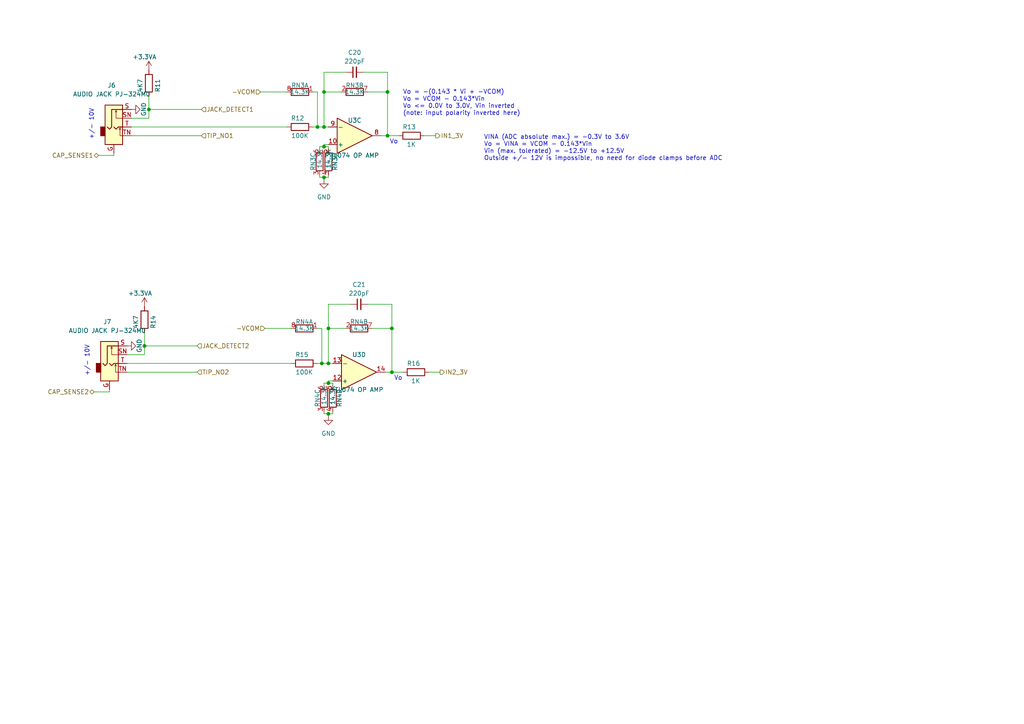
<source format=kicad_sch>
(kicad_sch (version 20250114) (generator "eeschema") (generator_version "9.0")
  (paper "A4")
  (lib_symbols
    (symbol "Amplifier_Operational:TL074" (pin_names (offset 0.127))
      (property "Reference" "U" (at 0 5.08 0))
      (property "Value" "TL074" (at 0 -5.08 0))
      (symbol "TL074_1_1"
        (polyline (pts (xy -5.08 5.08) (xy 5.08 0) (xy -5.08 -5.08) (xy -5.08 5.08)) (stroke (width 0.254)) (fill (type background)))
        (pin input line (at -7.62 2.54 0) (length 2.54) (name "+") (number "3"))
        (pin input line (at -7.62 -2.54 0) (length 2.54) (name "-") (number "2"))
        (pin output line (at 7.62 0 180) (length 2.54) (name "~") (number "1"))
      )
      (symbol "TL074_2_1"
        (polyline (pts (xy -5.08 5.08) (xy 5.08 0) (xy -5.08 -5.08) (xy -5.08 5.08)) (stroke (width 0.254)) (fill (type background)))
        (pin input line (at -7.62 2.54 0) (length 2.54) (name "+") (number "5"))
        (pin input line (at -7.62 -2.54 0) (length 2.54) (name "-") (number "6"))
        (pin output line (at 7.62 0 180) (length 2.54) (name "~") (number "7"))
      )
      (symbol "TL074_3_1"
        (polyline (pts (xy -5.08 5.08) (xy 5.08 0) (xy -5.08 -5.08) (xy -5.08 5.08)) (stroke (width 0.254)) (fill (type background)))
        (pin input line (at -7.62 2.54 0) (length 2.54) (name "+") (number "10"))
        (pin input line (at -7.62 -2.54 0) (length 2.54) (name "-") (number "9"))
        (pin output line (at 7.62 0 180) (length 2.54) (name "~") (number "8"))
      )
      (symbol "TL074_4_1"
        (polyline (pts (xy -5.08 5.08) (xy 5.08 0) (xy -5.08 -5.08) (xy -5.08 5.08)) (stroke (width 0.254)) (fill (type background)))
        (pin input line (at -7.62 2.54 0) (length 2.54) (name "+") (number "12"))
        (pin input line (at -7.62 -2.54 0) (length 2.54) (name "-") (number "13"))
        (pin output line (at 7.62 0 180) (length 2.54) (name "~") (number "14"))
      )
      (symbol "TL074_5_1"
        (pin power_in line (at -2.54 7.62 270) (length 3.81) (name "V+") (number "4"))
        (pin power_in line (at -2.54 -7.62 90) (length 3.81) (name "V-") (number "11"))
      )
    )
    (symbol "Connector:AudioJack2_Ground_Switch"
      (property "Reference" "J" (at 0 11.43 0))
      (property "Value" "AudioJack2_Ground_Switch" (at 0 8.89 0))
      (symbol "AudioJack2_Ground_Switch_0_1"
        (rectangle (start -2.54 -2.54) (end -3.81 0) (stroke (width 0.254)) (fill (type outline)))
        (rectangle (start 2.54 6.35) (end -2.54 -5.08) (stroke (width 0.254)) (fill (type background)))
      )
      (symbol "AudioJack2_Ground_Switch_1_1"
        (polyline (pts (xy 0 0) (xy 0.635 -0.635) (xy 1.27 0) (xy 2.54 0)) (stroke (width 0.254)))
        (polyline (pts (xy 0.635 4.826) (xy 0.889 4.318)))
        (polyline (pts (xy 1.778 -0.254) (xy 2.032 -0.762)))
        (polyline (pts (xy 2.54 5.08) (xy -0.635 5.08) (xy -0.635 0) (xy -1.27 -0.635) (xy -1.905 0)) (stroke (width 0.254)))
        (polyline (pts (xy 2.54 2.54) (xy 0.635 2.54) (xy 0.635 4.826) (xy 0.381 4.318)))
        (polyline (pts (xy 2.54 -2.54) (xy 1.778 -2.54) (xy 1.778 -0.254) (xy 1.524 -0.762)))
        (pin passive line (at 0 -7.62 90) (length 2.54) (name "~") (number "G"))
        (pin passive line (at 5.08 5.08 180) (length 2.54) (name "~") (number "S"))
        (pin passive line (at 5.08 2.54 180) (length 2.54) (name "~") (number "SN"))
        (pin passive line (at 5.08 0 180) (length 2.54) (name "~") (number "T"))
        (pin passive line (at 5.08 -2.54 180) (length 2.54) (name "~") (number "TN"))
      )
    )
    (symbol "Device:C_Small" (pin_numbers (hide yes)) (pin_names (offset 0.254) (hide yes))
      (property "Reference" "C" (at 0.254 1.778 0))
      (property "Value" "C_Small" (at 0.254 -2.032 0))
      (symbol "C_Small_0_1"
        (polyline (pts (xy -1.524 0.508) (xy 1.524 0.508)) (stroke (width 0.3048)))
        (polyline (pts (xy -1.524 -0.508) (xy 1.524 -0.508)) (stroke (width 0.3302)))
      )
      (symbol "C_Small_1_1"
        (pin passive line (at 0 2.54 270) (length 2.032) (name "~") (number "1"))
        (pin passive line (at 0 -2.54 90) (length 2.032) (name "~") (number "2"))
      )
    )
    (symbol "Device:R" (pin_numbers (hide yes)) (pin_names (offset 0))
      (property "Reference" "R" (at 2.032 0 90))
      (property "Value" "R" (at 0 0 90))
      (symbol "R_0_1"
        (rectangle (start -1.016 -2.54) (end 1.016 2.54) (stroke (width 0.254)))
      )
      (symbol "R_1_1"
        (pin passive line (at 0 3.81 270) (length 1.27) (name "~") (number "1"))
        (pin passive line (at 0 -3.81 90) (length 1.27) (name "~") (number "2"))
      )
    )
    (symbol "Device:R_Pack04_Split" (pin_names (offset 0) (hide yes))
      (property "Reference" "RN" (at 2.032 0 90))
      (property "Value" "R_Pack04_Split" (at 0 0 90))
      (symbol "R_Pack04_Split_0_1"
        (rectangle (start 1.016 2.54) (end -1.016 -2.54) (stroke (width 0.254)))
      )
      (symbol "R_Pack04_Split_1_1"
        (pin passive line (at 0 3.81 270) (length 1.27) (name "R1.2") (number "8"))
        (pin passive line (at 0 -3.81 90) (length 1.27) (name "R1.1") (number "1"))
      )
      (symbol "R_Pack04_Split_2_1"
        (pin passive line (at 0 3.81 270) (length 1.27) (name "R2.2") (number "7"))
        (pin passive line (at 0 -3.81 90) (length 1.27) (name "R2.1") (number "2"))
      )
      (symbol "R_Pack04_Split_3_1"
        (pin passive line (at 0 3.81 270) (length 1.27) (name "R3.2") (number "6"))
        (pin passive line (at 0 -3.81 90) (length 1.27) (name "R3.1") (number "3"))
      )
      (symbol "R_Pack04_Split_4_1"
        (pin passive line (at 0 3.81 270) (length 1.27) (name "R4.2") (number "5"))
        (pin passive line (at 0 -3.81 90) (length 1.27) (name "R4.1") (number "4"))
      )
    )
    (symbol "power:+3.3VA" (power) (pin_names (offset 0))
      (property "Value" "+3.3VA" (at 0 3.556 0))
      (symbol "+3.3VA_0_1"
        (polyline (pts (xy -0.762 1.27) (xy 0 2.54)))
        (polyline (pts (xy 0 2.54) (xy 0.762 1.27)))
        (polyline (pts (xy 0 0) (xy 0 2.54)))
      )
      (symbol "+3.3VA_1_1"
        (pin power_in line (at 0 0 90) (length 0) (hide yes) (name "+3.3VA") (number "1"))
      )
    )
    (symbol "power:GND" (power) (pin_names (offset 0))
      (property "Value" "GND" (at 0 -3.81 0))
      (symbol "GND_0_1"
        (polyline (pts (xy 0 0) (xy 0 -1.27) (xy 1.27 -1.27) (xy 0 -2.54) (xy -1.27 -1.27) (xy 0 -1.27)))
      )
      (symbol "GND_1_1"
        (pin power_in line (at 0 0 270) (length 0) (hide yes) (name "GND") (number "1"))
      )
    )
  )
  (text "+/- 10V" (at 27.305 40.64 90) (effects (font (size 1.27 1.27)) (justify left bottom)))
  (text "Vo = -(0.143 * Vi + -VCOM)\nVo = VCOM - 0.143*Vin\nVo <= 0.0V to 3.0V, Vin inverted\n(note: input polarity inverted here)" (at 116.84 33.655 0) (effects (font (size 1.27 1.27)) (justify left bottom)))
  (text "VINA (ADC absolute max.) = -0.3V to 3.6V\nVo = VINA = VCOM - 0.143*Vin\nVin (max. tolerated) = -12.5V to +12.5V\nOutside +/- 12V is impossible, no need for diode clamps before ADC" (at 140.335 46.736 0) (effects (font (size 1.27 1.27)) (justify left bottom)))
  (text "+/- 10V" (at 26.035 109.22 90) (effects (font (size 1.27 1.27)) (justify left bottom)))
  (text "Vo" (at 113.03 41.91 0) (effects (font (size 1.27 1.27)) (justify left bottom)))
  (text "Vo" (at 114.3 110.49 0) (effects (font (size 1.27 1.27)) (justify left bottom)))
  (junction (at 95.25 95.25))
  (junction (at 113.665 95.25))
  (junction (at 95.25 120.015))
  (junction (at 113.665 107.95))
  (junction (at 92.075 36.83))
  (junction (at 93.345 105.41))
  (junction (at 112.395 39.37))
  (junction (at 95.25 111.125))
  (junction (at 93.98 42.545))
  (junction (at 43.18 31.75))
  (junction (at 112.395 26.67))
  (junction (at 93.98 36.83))
  (junction (at 41.91 100.33))
  (junction (at 93.98 26.67))
  (junction (at 93.98 51.435))
  (junction (at 95.25 105.41))
  (wire (pts (xy 107.95 95.25) (xy 113.665 95.25)))
  (wire (pts (xy 75.565 26.67) (xy 83.185 26.67)))
  (wire (pts (xy 92.075 36.83) (xy 93.98 36.83)))
  (wire (pts (xy 95.25 88.265) (xy 101.6 88.265)))
  (wire (pts (xy 93.98 111.125) (xy 93.98 111.76)))
  (wire (pts (xy 93.98 36.83) (xy 93.98 26.67)))
  (wire (pts (xy 93.98 20.955) (xy 100.33 20.955)))
  (wire (pts (xy 41.91 100.33) (xy 41.91 96.52)))
  (wire (pts (xy 96.52 111.76) (xy 96.52 111.125)))
  (wire (pts (xy 96.52 120.015) (xy 96.52 119.38)))
  (wire (pts (xy 93.98 120.015) (xy 95.25 120.015)))
  (wire (pts (xy 92.71 50.8) (xy 92.71 51.435)))
  (wire (pts (xy 93.98 26.67) (xy 99.06 26.67)))
  (wire (pts (xy 28.575 45.085) (xy 33.02 45.085)))
  (wire (pts (xy 95.25 95.25) (xy 95.25 88.265)))
  (wire (pts (xy 92.075 105.41) (xy 93.345 105.41)))
  (wire (pts (xy 92.075 26.67) (xy 92.075 36.83)))
  (wire (pts (xy 95.25 120.015) (xy 95.25 120.65)))
  (wire (pts (xy 95.25 42.545) (xy 93.98 42.545)))
  (wire (pts (xy 93.345 105.41) (xy 95.25 105.41)))
  (wire (pts (xy 93.98 119.38) (xy 93.98 120.015)))
  (wire (pts (xy 38.1 36.83) (xy 83.185 36.83)))
  (wire (pts (xy 96.52 111.125) (xy 95.25 111.125)))
  (wire (pts (xy 95.25 110.49) (xy 95.25 111.125)))
  (wire (pts (xy 38.1 39.37) (xy 58.42 39.37)))
  (wire (pts (xy 113.665 95.25) (xy 113.665 107.95)))
  (wire (pts (xy 105.41 20.955) (xy 112.395 20.955)))
  (wire (pts (xy 112.395 39.37) (xy 115.57 39.37)))
  (wire (pts (xy 93.98 41.91) (xy 95.25 41.91)))
  (wire (pts (xy 95.25 111.125) (xy 93.98 111.125)))
  (wire (pts (xy 123.19 39.37) (xy 126.365 39.37)))
  (wire (pts (xy 93.98 51.435) (xy 95.25 51.435)))
  (wire (pts (xy 93.98 41.91) (xy 93.98 42.545)))
  (wire (pts (xy 41.91 102.87) (xy 36.83 102.87)))
  (wire (pts (xy 106.68 26.67) (xy 112.395 26.67)))
  (wire (pts (xy 95.25 51.435) (xy 95.25 50.8)))
  (wire (pts (xy 95.25 105.41) (xy 96.52 105.41)))
  (wire (pts (xy 124.46 107.95) (xy 127.635 107.95)))
  (wire (pts (xy 95.25 95.25) (xy 100.33 95.25)))
  (wire (pts (xy 106.68 88.265) (xy 113.665 88.265)))
  (wire (pts (xy 90.805 36.83) (xy 92.075 36.83)))
  (wire (pts (xy 36.83 107.95) (xy 57.15 107.95)))
  (wire (pts (xy 31.75 113.03) (xy 31.75 113.665)))
  (wire (pts (xy 93.345 95.25) (xy 93.345 105.41)))
  (wire (pts (xy 113.665 107.95) (xy 116.84 107.95)))
  (wire (pts (xy 43.18 31.75) (xy 43.18 27.94)))
  (wire (pts (xy 41.91 102.87) (xy 41.91 100.33)))
  (wire (pts (xy 95.25 110.49) (xy 96.52 110.49)))
  (wire (pts (xy 112.395 20.955) (xy 112.395 26.67)))
  (wire (pts (xy 90.805 26.67) (xy 92.075 26.67)))
  (wire (pts (xy 95.25 105.41) (xy 95.25 95.25)))
  (wire (pts (xy 93.98 36.83) (xy 95.25 36.83)))
  (wire (pts (xy 43.18 34.29) (xy 43.18 31.75)))
  (wire (pts (xy 93.98 42.545) (xy 92.71 42.545)))
  (wire (pts (xy 57.15 100.33) (xy 41.91 100.33)))
  (wire (pts (xy 36.83 105.41) (xy 84.455 105.41)))
  (wire (pts (xy 93.98 51.435) (xy 93.98 52.07)))
  (wire (pts (xy 93.98 26.67) (xy 93.98 20.955)))
  (wire (pts (xy 43.18 34.29) (xy 38.1 34.29)))
  (wire (pts (xy 58.42 31.75) (xy 43.18 31.75)))
  (wire (pts (xy 112.395 26.67) (xy 112.395 39.37)))
  (wire (pts (xy 95.25 120.015) (xy 96.52 120.015)))
  (wire (pts (xy 76.835 95.25) (xy 84.455 95.25)))
  (wire (pts (xy 113.665 88.265) (xy 113.665 95.25)))
  (wire (pts (xy 27.305 113.665) (xy 31.75 113.665)))
  (wire (pts (xy 92.71 42.545) (xy 92.71 43.18)))
  (wire (pts (xy 33.02 44.45) (xy 33.02 45.085)))
  (wire (pts (xy 92.71 51.435) (xy 93.98 51.435)))
  (wire (pts (xy 111.76 107.95) (xy 113.665 107.95)))
  (wire (pts (xy 92.075 95.25) (xy 93.345 95.25)))
  (wire (pts (xy 110.49 39.37) (xy 112.395 39.37)))
  (wire (pts (xy 95.25 43.18) (xy 95.25 42.545)))
  (hierarchical_label "JACK_DETECT2" (shape input) (at 57.15 100.33 0))
  (hierarchical_label "-VCOM" (shape input) (at 75.565 26.67 180))
  (hierarchical_label "TIP_NO1" (shape input) (at 58.42 39.37 0))
  (hierarchical_label "IN1_3V" (shape output) (at 126.365 39.37 0))
  (hierarchical_label "JACK_DETECT1" (shape input) (at 58.42 31.75 0))
  (hierarchical_label "TIP_NO2" (shape input) (at 57.15 107.95 0))
  (hierarchical_label "IN2_3V" (shape output) (at 127.635 107.95 0))
  (hierarchical_label "CAP_SENSE1" (shape bidirectional) (at 28.575 45.085 180))
  (hierarchical_label "-VCOM" (shape input) (at 76.835 95.25 180))
  (hierarchical_label "CAP_SENSE2" (shape bidirectional) (at 27.305 113.665 180))
  (symbol (lib_id "Device:R_Pack04_Split") (at 104.14 95.25 270) (unit 2)
    (property "Reference" "RN2" (at 104.14 93.345 90))
    (property "Value" "14.3K" (at 104.14 95.25 90))
    (property "Footprint" "Resistor_SMD:R_Array_Convex_4x0402" (effects (hide yes)))
    (property "mfg#" "YC124-FR-0714K3L" (effects (hide yes)))
    (property "lcsc#" "C728708" (effects (hide yes)))
    (instances (project "eurorack-pmod-pcb" (path "" (reference "RN4") (unit 2)) (path "" (reference "RN2") (unit 2))))
  )
  (symbol (lib_id "Amplifier_Operational:TL074") (at 102.87 39.37 0) (mirror x) (unit 1)
    (property "Reference" "U3" (at 102.87 34.925 0))
    (property "Value" "TL074 OP AMP" (at 102.87 45.085 0))
    (property "Footprint" "Package_SO:SOIC-14_3.9x8.7mm_P1.27mm" (effects (hide yes)))
    (property "Datasheet" "http://www.ti.com/lit/ds/symlink/tl071.pdf" (effects (hide yes)))
    (property "dig#" "497-2204-1-ND" (effects (hide yes)))
    (property "mfg#" "TL074CDT" (effects (hide yes)))
    (property "lcsc#" "C6963" (effects (hide yes)))
    (instances (project "eurorack-pmod-pcb" (path "" (reference "U3") (unit 3)) (path "" (reference "U3") (unit 1))))
  )
  (symbol (lib_id "Device:C_Small") (at 104.14 88.265 90) (unit 1)
    (property "Reference" "C19" (at 104.14 82.55 90))
    (property "Value" "220pF" (at 104.14 85.09 90))
    (property "Footprint" "Capacitor_SMD:C_0402_1005Metric" (effects (hide yes)))
    (property "Datasheet" "https://datasheet.lcsc.com/lcsc/1811081614_Murata-Electronics-GRM1555C1H221JA01D_C71693.pdf" (effects (hide yes)))
    (property "lcsc#" "C71693" (effects (hide yes)))
    (property "mfg#" "GRM1555C1H221JA01D" (effects (hide yes)))
    (instances (project "eurorack-pmod-pcb" (path "" (reference "C21") (unit 1)) (path "" (reference "C19") (unit 1))))
  )
  (symbol (lib_id "Connector:AudioJack2_Ground_Switch") (at 33.02 36.83 0) (unit 1)
    (property "Reference" "J4" (at 32.385 24.765 0))
    (property "Value" "AUDIO JACK PJ-324M0" (at 32.385 27.305 0))
    (property "Footprint" "AudioJacksFixed:pj324m" (effects (hide yes)))
    (property "Datasheet" "https://datasheet.lcsc.com/lcsc/2110120730_XKB-Connectivity-PJ-324M0_C2884986.pdf" (effects (hide yes)))
    (property "lcsc#" "C2884986" (effects (hide yes)))
    (property "mfg#" "PJ-324M0" (effects (hide yes)))
    (instances (project "eurorack-pmod-pcb" (path "" (reference "J6") (unit 1)) (path "" (reference "J4") (unit 1))))
  )
  (symbol (lib_id "Device:R") (at 43.18 24.13 0) (mirror x) (unit 1)
    (property "Reference" "R5" (at 45.72 22.86 90) (effects (justify left)))
    (property "Value" "4K7" (at 40.64 22.86 90) (effects (justify left)))
    (property "Footprint" "Resistor_SMD:R_0402_1005Metric" (effects (hide yes)))
    (property "Datasheet" "https://datasheet.lcsc.com/lcsc/1809041728_YAGEO-RC0402FR-074K7L_C105871.pdf" (effects (hide yes)))
    (property "lcsc#" "C105871" (effects (hide yes)))
    (property "mfg#" "RC0402FR-074K7L" (effects (hide yes)))
    (instances (project "eurorack-pmod-pcb" (path "" (reference "R11") (unit 1)) (path "" (reference "R5") (unit 1))))
  )
  (symbol (lib_id "Device:R_Pack04_Split") (at 92.71 46.99 0) (unit 3)
    (property "Reference" "RN1" (at 90.805 49.53 90) (effects (justify left)))
    (property "Value" "14.3K" (at 92.71 48.895 90) (effects (justify left)))
    (property "Footprint" "Resistor_SMD:R_Array_Convex_4x0402" (effects (hide yes)))
    (property "mfg#" "YC124-FR-0714K3L" (effects (hide yes)))
    (property "lcsc#" "C728708" (effects (hide yes)))
    (instances (project "eurorack-pmod-pcb" (path "" (reference "RN3") (unit 3)) (path "" (reference "RN1") (unit 3))))
  )
  (symbol (lib_id "Device:R") (at 86.995 36.83 90) (unit 1)
    (property "Reference" "R6" (at 88.265 34.29 90) (effects (justify left)))
    (property "Value" "100K" (at 89.535 39.37 90) (effects (justify left)))
    (property "Footprint" "Resistor_SMD:R_0603_1608Metric" (effects (hide yes)))
    (property "Datasheet" "https://datasheet.lcsc.com/lcsc/1810182020_YAGEO-RC0603FR-071KL_C22548.pdf" (effects (hide yes)))
    (property "lcsc#" "C14675" (effects (hide yes)))
    (property "mfg#" "RC0603FR-07100KL" (effects (hide yes)))
    (instances (project "eurorack-pmod-pcb" (path "" (reference "R12") (unit 1)) (path "" (reference "R6") (unit 1))))
  )
  (symbol (lib_id "Device:R_Pack04_Split") (at 86.995 26.67 90) (unit 1)
    (property "Reference" "RN1" (at 86.995 24.765 90))
    (property "Value" "14.3K" (at 86.995 26.67 90))
    (property "Footprint" "Resistor_SMD:R_Array_Convex_4x0402" (effects (hide yes)))
    (property "mfg#" "YC124-FR-0714K3L" (effects (hide yes)))
    (property "lcsc#" "C728708" (effects (hide yes)))
    (instances (project "eurorack-pmod-pcb" (path "" (reference "RN3") (unit 1)) (path "" (reference "RN1") (unit 1))))
  )
  (symbol (lib_id "power:GND") (at 93.98 52.07 0) (unit 1)
    (property "Reference" "#PWR066" (effects (hide yes)))
    (property "Value" "GND" (at 93.98 57.15 0))
    (instances (project "eurorack-pmod-pcb" (path "" (reference "#PWR074") (unit 1)) (path "" (reference "#PWR066") (unit 1))))
  )
  (symbol (lib_id "Connector:AudioJack2_Ground_Switch") (at 31.75 105.41 0) (unit 1)
    (property "Reference" "J5" (at 31.115 93.345 0))
    (property "Value" "AUDIO JACK PJ-324M0" (at 31.115 95.885 0))
    (property "Footprint" "AudioJacksFixed:pj324m" (effects (hide yes)))
    (property "Datasheet" "https://datasheet.lcsc.com/lcsc/2110120730_XKB-Connectivity-PJ-324M0_C2884986.pdf" (effects (hide yes)))
    (property "lcsc#" "C2884986" (effects (hide yes)))
    (property "mfg#" "PJ-324M0" (effects (hide yes)))
    (instances (project "eurorack-pmod-pcb" (path "" (reference "J7") (unit 1)) (path "" (reference "J5") (unit 1))))
  )
  (symbol (lib_id "Device:R_Pack04_Split") (at 96.52 115.57 0) (unit 4)
    (property "Reference" "RN2" (at 98.425 118.11 90) (effects (justify left)))
    (property "Value" "14.3K" (at 96.52 117.475 90) (effects (justify left)))
    (property "Footprint" "Resistor_SMD:R_Array_Convex_4x0402" (effects (hide yes)))
    (property "mfg#" "YC124-FR-0714K3L" (effects (hide yes)))
    (property "lcsc#" "C728708" (effects (hide yes)))
    (instances (project "eurorack-pmod-pcb" (path "" (reference "RN4") (unit 4)) (path "" (reference "RN2") (unit 4))))
  )
  (symbol (lib_id "Device:R_Pack04_Split") (at 88.265 95.25 90) (unit 1)
    (property "Reference" "RN2" (at 88.265 93.345 90))
    (property "Value" "14.3K" (at 88.265 95.25 90))
    (property "Footprint" "Resistor_SMD:R_Array_Convex_4x0402" (effects (hide yes)))
    (property "mfg#" "YC124-FR-0714K3L" (effects (hide yes)))
    (property "lcsc#" "C728708" (effects (hide yes)))
    (instances (project "eurorack-pmod-pcb" (path "" (reference "RN4") (unit 1)) (path "" (reference "RN2") (unit 1))))
  )
  (symbol (lib_id "power:+3.3VA") (at 41.91 88.9 0) (mirror y) (unit 1)
    (property "Reference" "#PWR067" (effects (hide yes)))
    (property "Value" "+3.3VA" (at 40.64 85.09 0))
    (instances (project "eurorack-pmod-pcb" (path "" (reference "#PWR075") (unit 1)) (path "" (reference "#PWR067") (unit 1))))
  )
  (symbol (lib_id "Device:R_Pack04_Split") (at 93.98 115.57 0) (unit 3)
    (property "Reference" "RN2" (at 92.075 118.11 90) (effects (justify left)))
    (property "Value" "14.3K" (at 93.98 117.475 90) (effects (justify left)))
    (property "Footprint" "Resistor_SMD:R_Array_Convex_4x0402" (effects (hide yes)))
    (property "mfg#" "YC124-FR-0714K3L" (effects (hide yes)))
    (property "lcsc#" "C728708" (effects (hide yes)))
    (instances (project "eurorack-pmod-pcb" (path "" (reference "RN4") (unit 3)) (path "" (reference "RN2") (unit 3))))
  )
  (symbol (lib_id "power:GND") (at 36.83 100.33 90) (unit 1)
    (property "Reference" "#PWR068" (effects (hide yes)))
    (property "Value" "GND" (at 40.4172 102.3464 0) (effects (justify left)))
    (instances (project "eurorack-pmod-pcb" (path "" (reference "#PWR076") (unit 1)) (path "" (reference "#PWR068") (unit 1))))
  )
  (symbol (lib_id "Device:R_Pack04_Split") (at 102.87 26.67 270) (unit 2)
    (property "Reference" "RN1" (at 102.87 24.765 90))
    (property "Value" "14.3K" (at 102.87 26.67 90))
    (property "Footprint" "Resistor_SMD:R_Array_Convex_4x0402" (effects (hide yes)))
    (property "mfg#" "YC124-FR-0714K3L" (effects (hide yes)))
    (property "lcsc#" "C728708" (effects (hide yes)))
    (instances (project "eurorack-pmod-pcb" (path "" (reference "RN3") (unit 2)) (path "" (reference "RN1") (unit 2))))
  )
  (symbol (lib_id "Device:R_Pack04_Split") (at 95.25 46.99 0) (unit 4)
    (property "Reference" "RN1" (at 97.155 49.53 90) (effects (justify left)))
    (property "Value" "14.3K" (at 95.25 48.895 90) (effects (justify left)))
    (property "Footprint" "Resistor_SMD:R_Array_Convex_4x0402" (effects (hide yes)))
    (property "mfg#" "YC124-FR-0714K3L" (effects (hide yes)))
    (property "lcsc#" "C728708" (effects (hide yes)))
    (instances (project "eurorack-pmod-pcb" (path "" (reference "RN3") (unit 4)) (path "" (reference "RN1") (unit 4))))
  )
  (symbol (lib_id "power:+3.3VA") (at 43.18 20.32 0) (mirror y) (unit 1)
    (property "Reference" "#PWR063" (effects (hide yes)))
    (property "Value" "+3.3VA" (at 41.91 16.51 0))
    (instances (project "eurorack-pmod-pcb" (path "" (reference "#PWR071") (unit 1)) (path "" (reference "#PWR063") (unit 1))))
  )
  (symbol (lib_id "Device:R") (at 88.265 105.41 90) (unit 1)
    (property "Reference" "R9" (at 89.535 102.87 90) (effects (justify left)))
    (property "Value" "100K" (at 90.805 107.95 90) (effects (justify left)))
    (property "Footprint" "Resistor_SMD:R_0603_1608Metric" (effects (hide yes)))
    (property "Datasheet" "https://datasheet.lcsc.com/lcsc/1810182020_YAGEO-RC0603FR-071KL_C22548.pdf" (effects (hide yes)))
    (property "lcsc#" "C14675" (effects (hide yes)))
    (property "mfg#" "RC0603FR-07100KL" (effects (hide yes)))
    (instances (project "eurorack-pmod-pcb" (path "" (reference "R15") (unit 1)) (path "" (reference "R9") (unit 1))))
  )
  (symbol (lib_id "Amplifier_Operational:TL074") (at 104.14 107.95 0) (mirror x) (unit 2)
    (property "Reference" "U3" (at 104.14 102.87 0))
    (property "Value" "TL074 OP AMP" (at 104.14 113.03 0))
    (property "Footprint" "Package_SO:SOIC-14_3.9x8.7mm_P1.27mm" (effects (hide yes)))
    (property "Datasheet" "http://www.ti.com/lit/ds/symlink/tl071.pdf" (effects (hide yes)))
    (property "dig#" "497-2204-1-ND" (effects (hide yes)))
    (property "mfg#" "TL074CDT" (effects (hide yes)))
    (property "lcsc#" "C6963" (effects (hide yes)))
    (instances (project "eurorack-pmod-pcb" (path "" (reference "U3") (unit 4)) (path "" (reference "U3") (unit 2))))
  )
  (symbol (lib_id "Device:R") (at 120.65 107.95 90) (unit 1)
    (property "Reference" "R10" (at 121.92 105.41 90) (effects (justify left)))
    (property "Value" "1K" (at 121.92 110.49 90) (effects (justify left)))
    (property "Footprint" "Resistor_SMD:R_0603_1608Metric" (effects (hide yes)))
    (property "Datasheet" "https://datasheet.lcsc.com/lcsc/1810182020_YAGEO-RC0603FR-071KL_C22548.pdf" (effects (hide yes)))
    (property "lcsc#" "C22548" (effects (hide yes)))
    (property "mfg#" "RC0603FR-071KL" (effects (hide yes)))
    (instances (project "eurorack-pmod-pcb" (path "" (reference "R16") (unit 1)) (path "" (reference "R10") (unit 1))))
  )
  (symbol (lib_id "Device:R") (at 119.38 39.37 90) (unit 1)
    (property "Reference" "R7" (at 120.65 36.83 90) (effects (justify left)))
    (property "Value" "1K" (at 120.65 41.91 90) (effects (justify left)))
    (property "Footprint" "Resistor_SMD:R_0603_1608Metric" (effects (hide yes)))
    (property "Datasheet" "https://datasheet.lcsc.com/lcsc/1810182020_YAGEO-RC0603FR-071KL_C22548.pdf" (effects (hide yes)))
    (property "lcsc#" "C22548" (effects (hide yes)))
    (property "mfg#" "RC0603FR-071KL" (effects (hide yes)))
    (instances (project "eurorack-pmod-pcb" (path "" (reference "R13") (unit 1)) (path "" (reference "R7") (unit 1))))
  )
  (symbol (lib_id "power:GND") (at 95.25 120.65 0) (unit 1)
    (property "Reference" "#PWR070" (effects (hide yes)))
    (property "Value" "GND" (at 95.25 125.73 0))
    (instances (project "eurorack-pmod-pcb" (path "" (reference "#PWR078") (unit 1)) (path "" (reference "#PWR070") (unit 1))))
  )
  (symbol (lib_id "Device:R") (at 41.91 92.71 0) (mirror x) (unit 1)
    (property "Reference" "R8" (at 44.45 91.44 90) (effects (justify left)))
    (property "Value" "4K7" (at 39.37 91.44 90) (effects (justify left)))
    (property "Footprint" "Resistor_SMD:R_0402_1005Metric" (effects (hide yes)))
    (property "Datasheet" "https://datasheet.lcsc.com/lcsc/1809041728_YAGEO-RC0402FR-074K7L_C105871.pdf" (effects (hide yes)))
    (property "lcsc#" "C105871" (effects (hide yes)))
    (property "mfg#" "RC0402FR-074K7L" (effects (hide yes)))
    (instances (project "eurorack-pmod-pcb" (path "" (reference "R14") (unit 1)) (path "" (reference "R8") (unit 1))))
  )
  (symbol (lib_id "Device:C_Small") (at 102.87 20.955 90) (unit 1)
    (property "Reference" "C18" (at 102.87 15.24 90))
    (property "Value" "220pF" (at 102.87 17.78 90))
    (property "Footprint" "Capacitor_SMD:C_0402_1005Metric" (effects (hide yes)))
    (property "Datasheet" "https://datasheet.lcsc.com/lcsc/1811081614_Murata-Electronics-GRM1555C1H221JA01D_C71693.pdf" (effects (hide yes)))
    (property "lcsc#" "C71693" (effects (hide yes)))
    (property "mfg#" "GRM1555C1H221JA01D" (effects (hide yes)))
    (instances (project "eurorack-pmod-pcb" (path "" (reference "C20") (unit 1)) (path "" (reference "C18") (unit 1))))
  )
  (symbol (lib_id "power:GND") (at 38.1 31.75 90) (unit 1)
    (property "Reference" "#PWR064" (effects (hide yes)))
    (property "Value" "GND" (at 41.6872 33.7664 0) (effects (justify left)))
    (instances (project "eurorack-pmod-pcb" (path "" (reference "#PWR072") (unit 1)) (path "" (reference "#PWR064") (unit 1))))
  )
)
</source>
